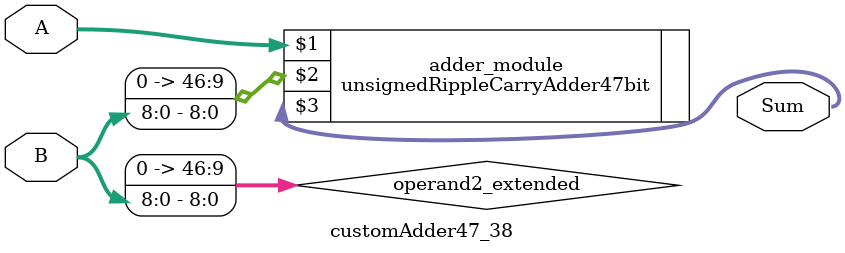
<source format=v>
module customAdder47_38(
                        input [46 : 0] A,
                        input [8 : 0] B,
                        
                        output [47 : 0] Sum
                );

        wire [46 : 0] operand2_extended;
        
        assign operand2_extended =  {38'b0, B};
        
        unsignedRippleCarryAdder47bit adder_module(
            A,
            operand2_extended,
            Sum
        );
        
        endmodule
        
</source>
